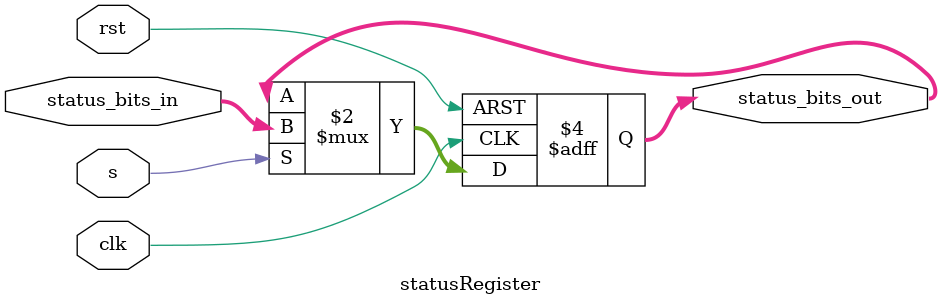
<source format=sv>
`timescale 1ns/1ns

module statusRegister (
    input clk, rst,

    input [3:0] status_bits_in,
    input s,
    output reg [3:0] status_bits_out
);

    always @(negedge clk, posedge rst) begin
        if(rst) status_bits_out <= 4'd0;
        else if(s) begin 
            status_bits_out <= status_bits_in;
        end
    end
    
endmodule
</source>
